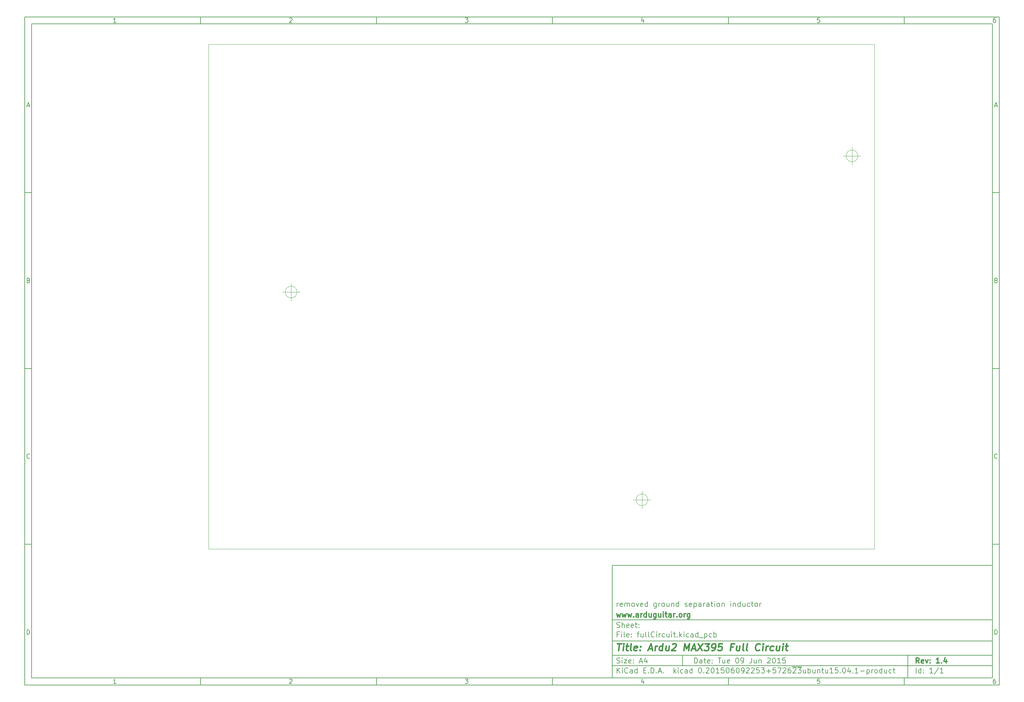
<source format=gtp>
G04 #@! TF.FileFunction,Paste,Top*
%FSLAX46Y46*%
G04 Gerber Fmt 4.6, Leading zero omitted, Abs format (unit mm)*
G04 Created by KiCad (PCBNEW 0.201506092253+5726~23~ubuntu15.04.1-product) date Thu 11 Jun 2015 08:03:58 PM CEST*
%MOMM*%
G01*
G04 APERTURE LIST*
%ADD10C,0.100000*%
%ADD11C,0.150000*%
%ADD12C,0.300000*%
%ADD13C,0.400000*%
G04 APERTURE END LIST*
D10*
D11*
X177002200Y-166007200D02*
X177002200Y-198007200D01*
X285002200Y-198007200D01*
X285002200Y-166007200D01*
X177002200Y-166007200D01*
D10*
D11*
X10000000Y-10000000D02*
X10000000Y-200007200D01*
X287002200Y-200007200D01*
X287002200Y-10000000D01*
X10000000Y-10000000D01*
D10*
D11*
X12000000Y-12000000D02*
X12000000Y-198007200D01*
X285002200Y-198007200D01*
X285002200Y-12000000D01*
X12000000Y-12000000D01*
D10*
D11*
X60000000Y-12000000D02*
X60000000Y-10000000D01*
D10*
D11*
X110000000Y-12000000D02*
X110000000Y-10000000D01*
D10*
D11*
X160000000Y-12000000D02*
X160000000Y-10000000D01*
D10*
D11*
X210000000Y-12000000D02*
X210000000Y-10000000D01*
D10*
D11*
X260000000Y-12000000D02*
X260000000Y-10000000D01*
D10*
D11*
X35990476Y-11588095D02*
X35247619Y-11588095D01*
X35619048Y-11588095D02*
X35619048Y-10288095D01*
X35495238Y-10473810D01*
X35371429Y-10597619D01*
X35247619Y-10659524D01*
D10*
D11*
X85247619Y-10411905D02*
X85309524Y-10350000D01*
X85433333Y-10288095D01*
X85742857Y-10288095D01*
X85866667Y-10350000D01*
X85928571Y-10411905D01*
X85990476Y-10535714D01*
X85990476Y-10659524D01*
X85928571Y-10845238D01*
X85185714Y-11588095D01*
X85990476Y-11588095D01*
D10*
D11*
X135185714Y-10288095D02*
X135990476Y-10288095D01*
X135557143Y-10783333D01*
X135742857Y-10783333D01*
X135866667Y-10845238D01*
X135928571Y-10907143D01*
X135990476Y-11030952D01*
X135990476Y-11340476D01*
X135928571Y-11464286D01*
X135866667Y-11526190D01*
X135742857Y-11588095D01*
X135371429Y-11588095D01*
X135247619Y-11526190D01*
X135185714Y-11464286D01*
D10*
D11*
X185866667Y-10721429D02*
X185866667Y-11588095D01*
X185557143Y-10226190D02*
X185247619Y-11154762D01*
X186052381Y-11154762D01*
D10*
D11*
X235928571Y-10288095D02*
X235309524Y-10288095D01*
X235247619Y-10907143D01*
X235309524Y-10845238D01*
X235433333Y-10783333D01*
X235742857Y-10783333D01*
X235866667Y-10845238D01*
X235928571Y-10907143D01*
X235990476Y-11030952D01*
X235990476Y-11340476D01*
X235928571Y-11464286D01*
X235866667Y-11526190D01*
X235742857Y-11588095D01*
X235433333Y-11588095D01*
X235309524Y-11526190D01*
X235247619Y-11464286D01*
D10*
D11*
X285866667Y-10288095D02*
X285619048Y-10288095D01*
X285495238Y-10350000D01*
X285433333Y-10411905D01*
X285309524Y-10597619D01*
X285247619Y-10845238D01*
X285247619Y-11340476D01*
X285309524Y-11464286D01*
X285371429Y-11526190D01*
X285495238Y-11588095D01*
X285742857Y-11588095D01*
X285866667Y-11526190D01*
X285928571Y-11464286D01*
X285990476Y-11340476D01*
X285990476Y-11030952D01*
X285928571Y-10907143D01*
X285866667Y-10845238D01*
X285742857Y-10783333D01*
X285495238Y-10783333D01*
X285371429Y-10845238D01*
X285309524Y-10907143D01*
X285247619Y-11030952D01*
D10*
D11*
X60000000Y-198007200D02*
X60000000Y-200007200D01*
D10*
D11*
X110000000Y-198007200D02*
X110000000Y-200007200D01*
D10*
D11*
X160000000Y-198007200D02*
X160000000Y-200007200D01*
D10*
D11*
X210000000Y-198007200D02*
X210000000Y-200007200D01*
D10*
D11*
X260000000Y-198007200D02*
X260000000Y-200007200D01*
D10*
D11*
X35990476Y-199595295D02*
X35247619Y-199595295D01*
X35619048Y-199595295D02*
X35619048Y-198295295D01*
X35495238Y-198481010D01*
X35371429Y-198604819D01*
X35247619Y-198666724D01*
D10*
D11*
X85247619Y-198419105D02*
X85309524Y-198357200D01*
X85433333Y-198295295D01*
X85742857Y-198295295D01*
X85866667Y-198357200D01*
X85928571Y-198419105D01*
X85990476Y-198542914D01*
X85990476Y-198666724D01*
X85928571Y-198852438D01*
X85185714Y-199595295D01*
X85990476Y-199595295D01*
D10*
D11*
X135185714Y-198295295D02*
X135990476Y-198295295D01*
X135557143Y-198790533D01*
X135742857Y-198790533D01*
X135866667Y-198852438D01*
X135928571Y-198914343D01*
X135990476Y-199038152D01*
X135990476Y-199347676D01*
X135928571Y-199471486D01*
X135866667Y-199533390D01*
X135742857Y-199595295D01*
X135371429Y-199595295D01*
X135247619Y-199533390D01*
X135185714Y-199471486D01*
D10*
D11*
X185866667Y-198728629D02*
X185866667Y-199595295D01*
X185557143Y-198233390D02*
X185247619Y-199161962D01*
X186052381Y-199161962D01*
D10*
D11*
X235928571Y-198295295D02*
X235309524Y-198295295D01*
X235247619Y-198914343D01*
X235309524Y-198852438D01*
X235433333Y-198790533D01*
X235742857Y-198790533D01*
X235866667Y-198852438D01*
X235928571Y-198914343D01*
X235990476Y-199038152D01*
X235990476Y-199347676D01*
X235928571Y-199471486D01*
X235866667Y-199533390D01*
X235742857Y-199595295D01*
X235433333Y-199595295D01*
X235309524Y-199533390D01*
X235247619Y-199471486D01*
D10*
D11*
X285866667Y-198295295D02*
X285619048Y-198295295D01*
X285495238Y-198357200D01*
X285433333Y-198419105D01*
X285309524Y-198604819D01*
X285247619Y-198852438D01*
X285247619Y-199347676D01*
X285309524Y-199471486D01*
X285371429Y-199533390D01*
X285495238Y-199595295D01*
X285742857Y-199595295D01*
X285866667Y-199533390D01*
X285928571Y-199471486D01*
X285990476Y-199347676D01*
X285990476Y-199038152D01*
X285928571Y-198914343D01*
X285866667Y-198852438D01*
X285742857Y-198790533D01*
X285495238Y-198790533D01*
X285371429Y-198852438D01*
X285309524Y-198914343D01*
X285247619Y-199038152D01*
D10*
D11*
X10000000Y-60000000D02*
X12000000Y-60000000D01*
D10*
D11*
X10000000Y-110000000D02*
X12000000Y-110000000D01*
D10*
D11*
X10000000Y-160000000D02*
X12000000Y-160000000D01*
D10*
D11*
X10690476Y-35216667D02*
X11309524Y-35216667D01*
X10566667Y-35588095D02*
X11000000Y-34288095D01*
X11433333Y-35588095D01*
D10*
D11*
X11092857Y-84907143D02*
X11278571Y-84969048D01*
X11340476Y-85030952D01*
X11402381Y-85154762D01*
X11402381Y-85340476D01*
X11340476Y-85464286D01*
X11278571Y-85526190D01*
X11154762Y-85588095D01*
X10659524Y-85588095D01*
X10659524Y-84288095D01*
X11092857Y-84288095D01*
X11216667Y-84350000D01*
X11278571Y-84411905D01*
X11340476Y-84535714D01*
X11340476Y-84659524D01*
X11278571Y-84783333D01*
X11216667Y-84845238D01*
X11092857Y-84907143D01*
X10659524Y-84907143D01*
D10*
D11*
X11402381Y-135464286D02*
X11340476Y-135526190D01*
X11154762Y-135588095D01*
X11030952Y-135588095D01*
X10845238Y-135526190D01*
X10721429Y-135402381D01*
X10659524Y-135278571D01*
X10597619Y-135030952D01*
X10597619Y-134845238D01*
X10659524Y-134597619D01*
X10721429Y-134473810D01*
X10845238Y-134350000D01*
X11030952Y-134288095D01*
X11154762Y-134288095D01*
X11340476Y-134350000D01*
X11402381Y-134411905D01*
D10*
D11*
X10659524Y-185588095D02*
X10659524Y-184288095D01*
X10969048Y-184288095D01*
X11154762Y-184350000D01*
X11278571Y-184473810D01*
X11340476Y-184597619D01*
X11402381Y-184845238D01*
X11402381Y-185030952D01*
X11340476Y-185278571D01*
X11278571Y-185402381D01*
X11154762Y-185526190D01*
X10969048Y-185588095D01*
X10659524Y-185588095D01*
D10*
D11*
X287002200Y-60000000D02*
X285002200Y-60000000D01*
D10*
D11*
X287002200Y-110000000D02*
X285002200Y-110000000D01*
D10*
D11*
X287002200Y-160000000D02*
X285002200Y-160000000D01*
D10*
D11*
X285692676Y-35216667D02*
X286311724Y-35216667D01*
X285568867Y-35588095D02*
X286002200Y-34288095D01*
X286435533Y-35588095D01*
D10*
D11*
X286095057Y-84907143D02*
X286280771Y-84969048D01*
X286342676Y-85030952D01*
X286404581Y-85154762D01*
X286404581Y-85340476D01*
X286342676Y-85464286D01*
X286280771Y-85526190D01*
X286156962Y-85588095D01*
X285661724Y-85588095D01*
X285661724Y-84288095D01*
X286095057Y-84288095D01*
X286218867Y-84350000D01*
X286280771Y-84411905D01*
X286342676Y-84535714D01*
X286342676Y-84659524D01*
X286280771Y-84783333D01*
X286218867Y-84845238D01*
X286095057Y-84907143D01*
X285661724Y-84907143D01*
D10*
D11*
X286404581Y-135464286D02*
X286342676Y-135526190D01*
X286156962Y-135588095D01*
X286033152Y-135588095D01*
X285847438Y-135526190D01*
X285723629Y-135402381D01*
X285661724Y-135278571D01*
X285599819Y-135030952D01*
X285599819Y-134845238D01*
X285661724Y-134597619D01*
X285723629Y-134473810D01*
X285847438Y-134350000D01*
X286033152Y-134288095D01*
X286156962Y-134288095D01*
X286342676Y-134350000D01*
X286404581Y-134411905D01*
D10*
D11*
X285661724Y-185588095D02*
X285661724Y-184288095D01*
X285971248Y-184288095D01*
X286156962Y-184350000D01*
X286280771Y-184473810D01*
X286342676Y-184597619D01*
X286404581Y-184845238D01*
X286404581Y-185030952D01*
X286342676Y-185278571D01*
X286280771Y-185402381D01*
X286156962Y-185526190D01*
X285971248Y-185588095D01*
X285661724Y-185588095D01*
D10*
D11*
X200359343Y-193785771D02*
X200359343Y-192285771D01*
X200716486Y-192285771D01*
X200930771Y-192357200D01*
X201073629Y-192500057D01*
X201145057Y-192642914D01*
X201216486Y-192928629D01*
X201216486Y-193142914D01*
X201145057Y-193428629D01*
X201073629Y-193571486D01*
X200930771Y-193714343D01*
X200716486Y-193785771D01*
X200359343Y-193785771D01*
X202502200Y-193785771D02*
X202502200Y-193000057D01*
X202430771Y-192857200D01*
X202287914Y-192785771D01*
X202002200Y-192785771D01*
X201859343Y-192857200D01*
X202502200Y-193714343D02*
X202359343Y-193785771D01*
X202002200Y-193785771D01*
X201859343Y-193714343D01*
X201787914Y-193571486D01*
X201787914Y-193428629D01*
X201859343Y-193285771D01*
X202002200Y-193214343D01*
X202359343Y-193214343D01*
X202502200Y-193142914D01*
X203002200Y-192785771D02*
X203573629Y-192785771D01*
X203216486Y-192285771D02*
X203216486Y-193571486D01*
X203287914Y-193714343D01*
X203430772Y-193785771D01*
X203573629Y-193785771D01*
X204645057Y-193714343D02*
X204502200Y-193785771D01*
X204216486Y-193785771D01*
X204073629Y-193714343D01*
X204002200Y-193571486D01*
X204002200Y-193000057D01*
X204073629Y-192857200D01*
X204216486Y-192785771D01*
X204502200Y-192785771D01*
X204645057Y-192857200D01*
X204716486Y-193000057D01*
X204716486Y-193142914D01*
X204002200Y-193285771D01*
X205359343Y-193642914D02*
X205430771Y-193714343D01*
X205359343Y-193785771D01*
X205287914Y-193714343D01*
X205359343Y-193642914D01*
X205359343Y-193785771D01*
X205359343Y-192857200D02*
X205430771Y-192928629D01*
X205359343Y-193000057D01*
X205287914Y-192928629D01*
X205359343Y-192857200D01*
X205359343Y-193000057D01*
X207002200Y-192285771D02*
X207859343Y-192285771D01*
X207430772Y-193785771D02*
X207430772Y-192285771D01*
X209002200Y-192785771D02*
X209002200Y-193785771D01*
X208359343Y-192785771D02*
X208359343Y-193571486D01*
X208430771Y-193714343D01*
X208573629Y-193785771D01*
X208787914Y-193785771D01*
X208930771Y-193714343D01*
X209002200Y-193642914D01*
X210287914Y-193714343D02*
X210145057Y-193785771D01*
X209859343Y-193785771D01*
X209716486Y-193714343D01*
X209645057Y-193571486D01*
X209645057Y-193000057D01*
X209716486Y-192857200D01*
X209859343Y-192785771D01*
X210145057Y-192785771D01*
X210287914Y-192857200D01*
X210359343Y-193000057D01*
X210359343Y-193142914D01*
X209645057Y-193285771D01*
X212430771Y-192285771D02*
X212573628Y-192285771D01*
X212716485Y-192357200D01*
X212787914Y-192428629D01*
X212859343Y-192571486D01*
X212930771Y-192857200D01*
X212930771Y-193214343D01*
X212859343Y-193500057D01*
X212787914Y-193642914D01*
X212716485Y-193714343D01*
X212573628Y-193785771D01*
X212430771Y-193785771D01*
X212287914Y-193714343D01*
X212216485Y-193642914D01*
X212145057Y-193500057D01*
X212073628Y-193214343D01*
X212073628Y-192857200D01*
X212145057Y-192571486D01*
X212216485Y-192428629D01*
X212287914Y-192357200D01*
X212430771Y-192285771D01*
X213645056Y-193785771D02*
X213930771Y-193785771D01*
X214073628Y-193714343D01*
X214145056Y-193642914D01*
X214287914Y-193428629D01*
X214359342Y-193142914D01*
X214359342Y-192571486D01*
X214287914Y-192428629D01*
X214216485Y-192357200D01*
X214073628Y-192285771D01*
X213787914Y-192285771D01*
X213645056Y-192357200D01*
X213573628Y-192428629D01*
X213502199Y-192571486D01*
X213502199Y-192928629D01*
X213573628Y-193071486D01*
X213645056Y-193142914D01*
X213787914Y-193214343D01*
X214073628Y-193214343D01*
X214216485Y-193142914D01*
X214287914Y-193071486D01*
X214359342Y-192928629D01*
X216573627Y-192285771D02*
X216573627Y-193357200D01*
X216502199Y-193571486D01*
X216359342Y-193714343D01*
X216145056Y-193785771D01*
X216002199Y-193785771D01*
X217930770Y-192785771D02*
X217930770Y-193785771D01*
X217287913Y-192785771D02*
X217287913Y-193571486D01*
X217359341Y-193714343D01*
X217502199Y-193785771D01*
X217716484Y-193785771D01*
X217859341Y-193714343D01*
X217930770Y-193642914D01*
X218645056Y-192785771D02*
X218645056Y-193785771D01*
X218645056Y-192928629D02*
X218716484Y-192857200D01*
X218859342Y-192785771D01*
X219073627Y-192785771D01*
X219216484Y-192857200D01*
X219287913Y-193000057D01*
X219287913Y-193785771D01*
X221073627Y-192428629D02*
X221145056Y-192357200D01*
X221287913Y-192285771D01*
X221645056Y-192285771D01*
X221787913Y-192357200D01*
X221859342Y-192428629D01*
X221930770Y-192571486D01*
X221930770Y-192714343D01*
X221859342Y-192928629D01*
X221002199Y-193785771D01*
X221930770Y-193785771D01*
X222859341Y-192285771D02*
X223002198Y-192285771D01*
X223145055Y-192357200D01*
X223216484Y-192428629D01*
X223287913Y-192571486D01*
X223359341Y-192857200D01*
X223359341Y-193214343D01*
X223287913Y-193500057D01*
X223216484Y-193642914D01*
X223145055Y-193714343D01*
X223002198Y-193785771D01*
X222859341Y-193785771D01*
X222716484Y-193714343D01*
X222645055Y-193642914D01*
X222573627Y-193500057D01*
X222502198Y-193214343D01*
X222502198Y-192857200D01*
X222573627Y-192571486D01*
X222645055Y-192428629D01*
X222716484Y-192357200D01*
X222859341Y-192285771D01*
X224787912Y-193785771D02*
X223930769Y-193785771D01*
X224359341Y-193785771D02*
X224359341Y-192285771D01*
X224216484Y-192500057D01*
X224073626Y-192642914D01*
X223930769Y-192714343D01*
X226145055Y-192285771D02*
X225430769Y-192285771D01*
X225359340Y-193000057D01*
X225430769Y-192928629D01*
X225573626Y-192857200D01*
X225930769Y-192857200D01*
X226073626Y-192928629D01*
X226145055Y-193000057D01*
X226216483Y-193142914D01*
X226216483Y-193500057D01*
X226145055Y-193642914D01*
X226073626Y-193714343D01*
X225930769Y-193785771D01*
X225573626Y-193785771D01*
X225430769Y-193714343D01*
X225359340Y-193642914D01*
D10*
D11*
X177002200Y-194507200D02*
X285002200Y-194507200D01*
D10*
D11*
X178359343Y-196585771D02*
X178359343Y-195085771D01*
X179216486Y-196585771D02*
X178573629Y-195728629D01*
X179216486Y-195085771D02*
X178359343Y-195942914D01*
X179859343Y-196585771D02*
X179859343Y-195585771D01*
X179859343Y-195085771D02*
X179787914Y-195157200D01*
X179859343Y-195228629D01*
X179930771Y-195157200D01*
X179859343Y-195085771D01*
X179859343Y-195228629D01*
X181430772Y-196442914D02*
X181359343Y-196514343D01*
X181145057Y-196585771D01*
X181002200Y-196585771D01*
X180787915Y-196514343D01*
X180645057Y-196371486D01*
X180573629Y-196228629D01*
X180502200Y-195942914D01*
X180502200Y-195728629D01*
X180573629Y-195442914D01*
X180645057Y-195300057D01*
X180787915Y-195157200D01*
X181002200Y-195085771D01*
X181145057Y-195085771D01*
X181359343Y-195157200D01*
X181430772Y-195228629D01*
X182716486Y-196585771D02*
X182716486Y-195800057D01*
X182645057Y-195657200D01*
X182502200Y-195585771D01*
X182216486Y-195585771D01*
X182073629Y-195657200D01*
X182716486Y-196514343D02*
X182573629Y-196585771D01*
X182216486Y-196585771D01*
X182073629Y-196514343D01*
X182002200Y-196371486D01*
X182002200Y-196228629D01*
X182073629Y-196085771D01*
X182216486Y-196014343D01*
X182573629Y-196014343D01*
X182716486Y-195942914D01*
X184073629Y-196585771D02*
X184073629Y-195085771D01*
X184073629Y-196514343D02*
X183930772Y-196585771D01*
X183645058Y-196585771D01*
X183502200Y-196514343D01*
X183430772Y-196442914D01*
X183359343Y-196300057D01*
X183359343Y-195871486D01*
X183430772Y-195728629D01*
X183502200Y-195657200D01*
X183645058Y-195585771D01*
X183930772Y-195585771D01*
X184073629Y-195657200D01*
X185930772Y-195800057D02*
X186430772Y-195800057D01*
X186645058Y-196585771D02*
X185930772Y-196585771D01*
X185930772Y-195085771D01*
X186645058Y-195085771D01*
X187287915Y-196442914D02*
X187359343Y-196514343D01*
X187287915Y-196585771D01*
X187216486Y-196514343D01*
X187287915Y-196442914D01*
X187287915Y-196585771D01*
X188002201Y-196585771D02*
X188002201Y-195085771D01*
X188359344Y-195085771D01*
X188573629Y-195157200D01*
X188716487Y-195300057D01*
X188787915Y-195442914D01*
X188859344Y-195728629D01*
X188859344Y-195942914D01*
X188787915Y-196228629D01*
X188716487Y-196371486D01*
X188573629Y-196514343D01*
X188359344Y-196585771D01*
X188002201Y-196585771D01*
X189502201Y-196442914D02*
X189573629Y-196514343D01*
X189502201Y-196585771D01*
X189430772Y-196514343D01*
X189502201Y-196442914D01*
X189502201Y-196585771D01*
X190145058Y-196157200D02*
X190859344Y-196157200D01*
X190002201Y-196585771D02*
X190502201Y-195085771D01*
X191002201Y-196585771D01*
X191502201Y-196442914D02*
X191573629Y-196514343D01*
X191502201Y-196585771D01*
X191430772Y-196514343D01*
X191502201Y-196442914D01*
X191502201Y-196585771D01*
X194502201Y-196585771D02*
X194502201Y-195085771D01*
X194645058Y-196014343D02*
X195073629Y-196585771D01*
X195073629Y-195585771D02*
X194502201Y-196157200D01*
X195716487Y-196585771D02*
X195716487Y-195585771D01*
X195716487Y-195085771D02*
X195645058Y-195157200D01*
X195716487Y-195228629D01*
X195787915Y-195157200D01*
X195716487Y-195085771D01*
X195716487Y-195228629D01*
X197073630Y-196514343D02*
X196930773Y-196585771D01*
X196645059Y-196585771D01*
X196502201Y-196514343D01*
X196430773Y-196442914D01*
X196359344Y-196300057D01*
X196359344Y-195871486D01*
X196430773Y-195728629D01*
X196502201Y-195657200D01*
X196645059Y-195585771D01*
X196930773Y-195585771D01*
X197073630Y-195657200D01*
X198359344Y-196585771D02*
X198359344Y-195800057D01*
X198287915Y-195657200D01*
X198145058Y-195585771D01*
X197859344Y-195585771D01*
X197716487Y-195657200D01*
X198359344Y-196514343D02*
X198216487Y-196585771D01*
X197859344Y-196585771D01*
X197716487Y-196514343D01*
X197645058Y-196371486D01*
X197645058Y-196228629D01*
X197716487Y-196085771D01*
X197859344Y-196014343D01*
X198216487Y-196014343D01*
X198359344Y-195942914D01*
X199716487Y-196585771D02*
X199716487Y-195085771D01*
X199716487Y-196514343D02*
X199573630Y-196585771D01*
X199287916Y-196585771D01*
X199145058Y-196514343D01*
X199073630Y-196442914D01*
X199002201Y-196300057D01*
X199002201Y-195871486D01*
X199073630Y-195728629D01*
X199145058Y-195657200D01*
X199287916Y-195585771D01*
X199573630Y-195585771D01*
X199716487Y-195657200D01*
X201859344Y-195085771D02*
X202002201Y-195085771D01*
X202145058Y-195157200D01*
X202216487Y-195228629D01*
X202287916Y-195371486D01*
X202359344Y-195657200D01*
X202359344Y-196014343D01*
X202287916Y-196300057D01*
X202216487Y-196442914D01*
X202145058Y-196514343D01*
X202002201Y-196585771D01*
X201859344Y-196585771D01*
X201716487Y-196514343D01*
X201645058Y-196442914D01*
X201573630Y-196300057D01*
X201502201Y-196014343D01*
X201502201Y-195657200D01*
X201573630Y-195371486D01*
X201645058Y-195228629D01*
X201716487Y-195157200D01*
X201859344Y-195085771D01*
X203002201Y-196442914D02*
X203073629Y-196514343D01*
X203002201Y-196585771D01*
X202930772Y-196514343D01*
X203002201Y-196442914D01*
X203002201Y-196585771D01*
X203645058Y-195228629D02*
X203716487Y-195157200D01*
X203859344Y-195085771D01*
X204216487Y-195085771D01*
X204359344Y-195157200D01*
X204430773Y-195228629D01*
X204502201Y-195371486D01*
X204502201Y-195514343D01*
X204430773Y-195728629D01*
X203573630Y-196585771D01*
X204502201Y-196585771D01*
X205430772Y-195085771D02*
X205573629Y-195085771D01*
X205716486Y-195157200D01*
X205787915Y-195228629D01*
X205859344Y-195371486D01*
X205930772Y-195657200D01*
X205930772Y-196014343D01*
X205859344Y-196300057D01*
X205787915Y-196442914D01*
X205716486Y-196514343D01*
X205573629Y-196585771D01*
X205430772Y-196585771D01*
X205287915Y-196514343D01*
X205216486Y-196442914D01*
X205145058Y-196300057D01*
X205073629Y-196014343D01*
X205073629Y-195657200D01*
X205145058Y-195371486D01*
X205216486Y-195228629D01*
X205287915Y-195157200D01*
X205430772Y-195085771D01*
X207359343Y-196585771D02*
X206502200Y-196585771D01*
X206930772Y-196585771D02*
X206930772Y-195085771D01*
X206787915Y-195300057D01*
X206645057Y-195442914D01*
X206502200Y-195514343D01*
X208716486Y-195085771D02*
X208002200Y-195085771D01*
X207930771Y-195800057D01*
X208002200Y-195728629D01*
X208145057Y-195657200D01*
X208502200Y-195657200D01*
X208645057Y-195728629D01*
X208716486Y-195800057D01*
X208787914Y-195942914D01*
X208787914Y-196300057D01*
X208716486Y-196442914D01*
X208645057Y-196514343D01*
X208502200Y-196585771D01*
X208145057Y-196585771D01*
X208002200Y-196514343D01*
X207930771Y-196442914D01*
X209716485Y-195085771D02*
X209859342Y-195085771D01*
X210002199Y-195157200D01*
X210073628Y-195228629D01*
X210145057Y-195371486D01*
X210216485Y-195657200D01*
X210216485Y-196014343D01*
X210145057Y-196300057D01*
X210073628Y-196442914D01*
X210002199Y-196514343D01*
X209859342Y-196585771D01*
X209716485Y-196585771D01*
X209573628Y-196514343D01*
X209502199Y-196442914D01*
X209430771Y-196300057D01*
X209359342Y-196014343D01*
X209359342Y-195657200D01*
X209430771Y-195371486D01*
X209502199Y-195228629D01*
X209573628Y-195157200D01*
X209716485Y-195085771D01*
X211502199Y-195085771D02*
X211216485Y-195085771D01*
X211073628Y-195157200D01*
X211002199Y-195228629D01*
X210859342Y-195442914D01*
X210787913Y-195728629D01*
X210787913Y-196300057D01*
X210859342Y-196442914D01*
X210930770Y-196514343D01*
X211073628Y-196585771D01*
X211359342Y-196585771D01*
X211502199Y-196514343D01*
X211573628Y-196442914D01*
X211645056Y-196300057D01*
X211645056Y-195942914D01*
X211573628Y-195800057D01*
X211502199Y-195728629D01*
X211359342Y-195657200D01*
X211073628Y-195657200D01*
X210930770Y-195728629D01*
X210859342Y-195800057D01*
X210787913Y-195942914D01*
X212573627Y-195085771D02*
X212716484Y-195085771D01*
X212859341Y-195157200D01*
X212930770Y-195228629D01*
X213002199Y-195371486D01*
X213073627Y-195657200D01*
X213073627Y-196014343D01*
X213002199Y-196300057D01*
X212930770Y-196442914D01*
X212859341Y-196514343D01*
X212716484Y-196585771D01*
X212573627Y-196585771D01*
X212430770Y-196514343D01*
X212359341Y-196442914D01*
X212287913Y-196300057D01*
X212216484Y-196014343D01*
X212216484Y-195657200D01*
X212287913Y-195371486D01*
X212359341Y-195228629D01*
X212430770Y-195157200D01*
X212573627Y-195085771D01*
X213787912Y-196585771D02*
X214073627Y-196585771D01*
X214216484Y-196514343D01*
X214287912Y-196442914D01*
X214430770Y-196228629D01*
X214502198Y-195942914D01*
X214502198Y-195371486D01*
X214430770Y-195228629D01*
X214359341Y-195157200D01*
X214216484Y-195085771D01*
X213930770Y-195085771D01*
X213787912Y-195157200D01*
X213716484Y-195228629D01*
X213645055Y-195371486D01*
X213645055Y-195728629D01*
X213716484Y-195871486D01*
X213787912Y-195942914D01*
X213930770Y-196014343D01*
X214216484Y-196014343D01*
X214359341Y-195942914D01*
X214430770Y-195871486D01*
X214502198Y-195728629D01*
X215073626Y-195228629D02*
X215145055Y-195157200D01*
X215287912Y-195085771D01*
X215645055Y-195085771D01*
X215787912Y-195157200D01*
X215859341Y-195228629D01*
X215930769Y-195371486D01*
X215930769Y-195514343D01*
X215859341Y-195728629D01*
X215002198Y-196585771D01*
X215930769Y-196585771D01*
X216502197Y-195228629D02*
X216573626Y-195157200D01*
X216716483Y-195085771D01*
X217073626Y-195085771D01*
X217216483Y-195157200D01*
X217287912Y-195228629D01*
X217359340Y-195371486D01*
X217359340Y-195514343D01*
X217287912Y-195728629D01*
X216430769Y-196585771D01*
X217359340Y-196585771D01*
X218716483Y-195085771D02*
X218002197Y-195085771D01*
X217930768Y-195800057D01*
X218002197Y-195728629D01*
X218145054Y-195657200D01*
X218502197Y-195657200D01*
X218645054Y-195728629D01*
X218716483Y-195800057D01*
X218787911Y-195942914D01*
X218787911Y-196300057D01*
X218716483Y-196442914D01*
X218645054Y-196514343D01*
X218502197Y-196585771D01*
X218145054Y-196585771D01*
X218002197Y-196514343D01*
X217930768Y-196442914D01*
X219287911Y-195085771D02*
X220216482Y-195085771D01*
X219716482Y-195657200D01*
X219930768Y-195657200D01*
X220073625Y-195728629D01*
X220145054Y-195800057D01*
X220216482Y-195942914D01*
X220216482Y-196300057D01*
X220145054Y-196442914D01*
X220073625Y-196514343D01*
X219930768Y-196585771D01*
X219502196Y-196585771D01*
X219359339Y-196514343D01*
X219287911Y-196442914D01*
X220859339Y-196014343D02*
X222002196Y-196014343D01*
X221430767Y-196585771D02*
X221430767Y-195442914D01*
X223430768Y-195085771D02*
X222716482Y-195085771D01*
X222645053Y-195800057D01*
X222716482Y-195728629D01*
X222859339Y-195657200D01*
X223216482Y-195657200D01*
X223359339Y-195728629D01*
X223430768Y-195800057D01*
X223502196Y-195942914D01*
X223502196Y-196300057D01*
X223430768Y-196442914D01*
X223359339Y-196514343D01*
X223216482Y-196585771D01*
X222859339Y-196585771D01*
X222716482Y-196514343D01*
X222645053Y-196442914D01*
X224002196Y-195085771D02*
X225002196Y-195085771D01*
X224359339Y-196585771D01*
X225502195Y-195228629D02*
X225573624Y-195157200D01*
X225716481Y-195085771D01*
X226073624Y-195085771D01*
X226216481Y-195157200D01*
X226287910Y-195228629D01*
X226359338Y-195371486D01*
X226359338Y-195514343D01*
X226287910Y-195728629D01*
X225430767Y-196585771D01*
X226359338Y-196585771D01*
X227645052Y-195085771D02*
X227359338Y-195085771D01*
X227216481Y-195157200D01*
X227145052Y-195228629D01*
X227002195Y-195442914D01*
X226930766Y-195728629D01*
X226930766Y-196300057D01*
X227002195Y-196442914D01*
X227073623Y-196514343D01*
X227216481Y-196585771D01*
X227502195Y-196585771D01*
X227645052Y-196514343D01*
X227716481Y-196442914D01*
X227787909Y-196300057D01*
X227787909Y-195942914D01*
X227716481Y-195800057D01*
X227645052Y-195728629D01*
X227502195Y-195657200D01*
X227216481Y-195657200D01*
X227073623Y-195728629D01*
X227002195Y-195800057D01*
X226930766Y-195942914D01*
X228359337Y-195228629D02*
X228430766Y-195157200D01*
X228573623Y-195085771D01*
X228930766Y-195085771D01*
X229073623Y-195157200D01*
X229145052Y-195228629D01*
X229216480Y-195371486D01*
X229216480Y-195514343D01*
X229145052Y-195728629D01*
X228287909Y-196585771D01*
X229216480Y-196585771D01*
X229716480Y-195085771D02*
X230645051Y-195085771D01*
X230145051Y-195657200D01*
X230359337Y-195657200D01*
X230502194Y-195728629D01*
X230573623Y-195800057D01*
X230645051Y-195942914D01*
X230645051Y-196300057D01*
X230573623Y-196442914D01*
X230502194Y-196514343D01*
X230359337Y-196585771D01*
X229930765Y-196585771D01*
X229787908Y-196514343D01*
X229716480Y-196442914D01*
X228073623Y-194827200D02*
X230930765Y-194827200D01*
X231930765Y-195585771D02*
X231930765Y-196585771D01*
X231287908Y-195585771D02*
X231287908Y-196371486D01*
X231359336Y-196514343D01*
X231502194Y-196585771D01*
X231716479Y-196585771D01*
X231859336Y-196514343D01*
X231930765Y-196442914D01*
X232645051Y-196585771D02*
X232645051Y-195085771D01*
X232645051Y-195657200D02*
X232787908Y-195585771D01*
X233073622Y-195585771D01*
X233216479Y-195657200D01*
X233287908Y-195728629D01*
X233359337Y-195871486D01*
X233359337Y-196300057D01*
X233287908Y-196442914D01*
X233216479Y-196514343D01*
X233073622Y-196585771D01*
X232787908Y-196585771D01*
X232645051Y-196514343D01*
X234645051Y-195585771D02*
X234645051Y-196585771D01*
X234002194Y-195585771D02*
X234002194Y-196371486D01*
X234073622Y-196514343D01*
X234216480Y-196585771D01*
X234430765Y-196585771D01*
X234573622Y-196514343D01*
X234645051Y-196442914D01*
X235359337Y-195585771D02*
X235359337Y-196585771D01*
X235359337Y-195728629D02*
X235430765Y-195657200D01*
X235573623Y-195585771D01*
X235787908Y-195585771D01*
X235930765Y-195657200D01*
X236002194Y-195800057D01*
X236002194Y-196585771D01*
X236502194Y-195585771D02*
X237073623Y-195585771D01*
X236716480Y-195085771D02*
X236716480Y-196371486D01*
X236787908Y-196514343D01*
X236930766Y-196585771D01*
X237073623Y-196585771D01*
X238216480Y-195585771D02*
X238216480Y-196585771D01*
X237573623Y-195585771D02*
X237573623Y-196371486D01*
X237645051Y-196514343D01*
X237787909Y-196585771D01*
X238002194Y-196585771D01*
X238145051Y-196514343D01*
X238216480Y-196442914D01*
X239716480Y-196585771D02*
X238859337Y-196585771D01*
X239287909Y-196585771D02*
X239287909Y-195085771D01*
X239145052Y-195300057D01*
X239002194Y-195442914D01*
X238859337Y-195514343D01*
X241073623Y-195085771D02*
X240359337Y-195085771D01*
X240287908Y-195800057D01*
X240359337Y-195728629D01*
X240502194Y-195657200D01*
X240859337Y-195657200D01*
X241002194Y-195728629D01*
X241073623Y-195800057D01*
X241145051Y-195942914D01*
X241145051Y-196300057D01*
X241073623Y-196442914D01*
X241002194Y-196514343D01*
X240859337Y-196585771D01*
X240502194Y-196585771D01*
X240359337Y-196514343D01*
X240287908Y-196442914D01*
X241787908Y-196442914D02*
X241859336Y-196514343D01*
X241787908Y-196585771D01*
X241716479Y-196514343D01*
X241787908Y-196442914D01*
X241787908Y-196585771D01*
X242787908Y-195085771D02*
X242930765Y-195085771D01*
X243073622Y-195157200D01*
X243145051Y-195228629D01*
X243216480Y-195371486D01*
X243287908Y-195657200D01*
X243287908Y-196014343D01*
X243216480Y-196300057D01*
X243145051Y-196442914D01*
X243073622Y-196514343D01*
X242930765Y-196585771D01*
X242787908Y-196585771D01*
X242645051Y-196514343D01*
X242573622Y-196442914D01*
X242502194Y-196300057D01*
X242430765Y-196014343D01*
X242430765Y-195657200D01*
X242502194Y-195371486D01*
X242573622Y-195228629D01*
X242645051Y-195157200D01*
X242787908Y-195085771D01*
X244573622Y-195585771D02*
X244573622Y-196585771D01*
X244216479Y-195014343D02*
X243859336Y-196085771D01*
X244787908Y-196085771D01*
X245359336Y-196442914D02*
X245430764Y-196514343D01*
X245359336Y-196585771D01*
X245287907Y-196514343D01*
X245359336Y-196442914D01*
X245359336Y-196585771D01*
X246859336Y-196585771D02*
X246002193Y-196585771D01*
X246430765Y-196585771D02*
X246430765Y-195085771D01*
X246287908Y-195300057D01*
X246145050Y-195442914D01*
X246002193Y-195514343D01*
X247502193Y-196014343D02*
X248645050Y-196014343D01*
X249359336Y-195585771D02*
X249359336Y-197085771D01*
X249359336Y-195657200D02*
X249502193Y-195585771D01*
X249787907Y-195585771D01*
X249930764Y-195657200D01*
X250002193Y-195728629D01*
X250073622Y-195871486D01*
X250073622Y-196300057D01*
X250002193Y-196442914D01*
X249930764Y-196514343D01*
X249787907Y-196585771D01*
X249502193Y-196585771D01*
X249359336Y-196514343D01*
X250716479Y-196585771D02*
X250716479Y-195585771D01*
X250716479Y-195871486D02*
X250787907Y-195728629D01*
X250859336Y-195657200D01*
X251002193Y-195585771D01*
X251145050Y-195585771D01*
X251859336Y-196585771D02*
X251716478Y-196514343D01*
X251645050Y-196442914D01*
X251573621Y-196300057D01*
X251573621Y-195871486D01*
X251645050Y-195728629D01*
X251716478Y-195657200D01*
X251859336Y-195585771D01*
X252073621Y-195585771D01*
X252216478Y-195657200D01*
X252287907Y-195728629D01*
X252359336Y-195871486D01*
X252359336Y-196300057D01*
X252287907Y-196442914D01*
X252216478Y-196514343D01*
X252073621Y-196585771D01*
X251859336Y-196585771D01*
X253645050Y-196585771D02*
X253645050Y-195085771D01*
X253645050Y-196514343D02*
X253502193Y-196585771D01*
X253216479Y-196585771D01*
X253073621Y-196514343D01*
X253002193Y-196442914D01*
X252930764Y-196300057D01*
X252930764Y-195871486D01*
X253002193Y-195728629D01*
X253073621Y-195657200D01*
X253216479Y-195585771D01*
X253502193Y-195585771D01*
X253645050Y-195657200D01*
X255002193Y-195585771D02*
X255002193Y-196585771D01*
X254359336Y-195585771D02*
X254359336Y-196371486D01*
X254430764Y-196514343D01*
X254573622Y-196585771D01*
X254787907Y-196585771D01*
X254930764Y-196514343D01*
X255002193Y-196442914D01*
X256359336Y-196514343D02*
X256216479Y-196585771D01*
X255930765Y-196585771D01*
X255787907Y-196514343D01*
X255716479Y-196442914D01*
X255645050Y-196300057D01*
X255645050Y-195871486D01*
X255716479Y-195728629D01*
X255787907Y-195657200D01*
X255930765Y-195585771D01*
X256216479Y-195585771D01*
X256359336Y-195657200D01*
X256787907Y-195585771D02*
X257359336Y-195585771D01*
X257002193Y-195085771D02*
X257002193Y-196371486D01*
X257073621Y-196514343D01*
X257216479Y-196585771D01*
X257359336Y-196585771D01*
D10*
D11*
X177002200Y-191507200D02*
X285002200Y-191507200D01*
D10*
D12*
X264216486Y-193785771D02*
X263716486Y-193071486D01*
X263359343Y-193785771D02*
X263359343Y-192285771D01*
X263930771Y-192285771D01*
X264073629Y-192357200D01*
X264145057Y-192428629D01*
X264216486Y-192571486D01*
X264216486Y-192785771D01*
X264145057Y-192928629D01*
X264073629Y-193000057D01*
X263930771Y-193071486D01*
X263359343Y-193071486D01*
X265430771Y-193714343D02*
X265287914Y-193785771D01*
X265002200Y-193785771D01*
X264859343Y-193714343D01*
X264787914Y-193571486D01*
X264787914Y-193000057D01*
X264859343Y-192857200D01*
X265002200Y-192785771D01*
X265287914Y-192785771D01*
X265430771Y-192857200D01*
X265502200Y-193000057D01*
X265502200Y-193142914D01*
X264787914Y-193285771D01*
X266002200Y-192785771D02*
X266359343Y-193785771D01*
X266716485Y-192785771D01*
X267287914Y-193642914D02*
X267359342Y-193714343D01*
X267287914Y-193785771D01*
X267216485Y-193714343D01*
X267287914Y-193642914D01*
X267287914Y-193785771D01*
X267287914Y-192857200D02*
X267359342Y-192928629D01*
X267287914Y-193000057D01*
X267216485Y-192928629D01*
X267287914Y-192857200D01*
X267287914Y-193000057D01*
X269930771Y-193785771D02*
X269073628Y-193785771D01*
X269502200Y-193785771D02*
X269502200Y-192285771D01*
X269359343Y-192500057D01*
X269216485Y-192642914D01*
X269073628Y-192714343D01*
X270573628Y-193642914D02*
X270645056Y-193714343D01*
X270573628Y-193785771D01*
X270502199Y-193714343D01*
X270573628Y-193642914D01*
X270573628Y-193785771D01*
X271930771Y-192785771D02*
X271930771Y-193785771D01*
X271573628Y-192214343D02*
X271216485Y-193285771D01*
X272145057Y-193285771D01*
D10*
D11*
X178287914Y-193714343D02*
X178502200Y-193785771D01*
X178859343Y-193785771D01*
X179002200Y-193714343D01*
X179073629Y-193642914D01*
X179145057Y-193500057D01*
X179145057Y-193357200D01*
X179073629Y-193214343D01*
X179002200Y-193142914D01*
X178859343Y-193071486D01*
X178573629Y-193000057D01*
X178430771Y-192928629D01*
X178359343Y-192857200D01*
X178287914Y-192714343D01*
X178287914Y-192571486D01*
X178359343Y-192428629D01*
X178430771Y-192357200D01*
X178573629Y-192285771D01*
X178930771Y-192285771D01*
X179145057Y-192357200D01*
X179787914Y-193785771D02*
X179787914Y-192785771D01*
X179787914Y-192285771D02*
X179716485Y-192357200D01*
X179787914Y-192428629D01*
X179859342Y-192357200D01*
X179787914Y-192285771D01*
X179787914Y-192428629D01*
X180359343Y-192785771D02*
X181145057Y-192785771D01*
X180359343Y-193785771D01*
X181145057Y-193785771D01*
X182287914Y-193714343D02*
X182145057Y-193785771D01*
X181859343Y-193785771D01*
X181716486Y-193714343D01*
X181645057Y-193571486D01*
X181645057Y-193000057D01*
X181716486Y-192857200D01*
X181859343Y-192785771D01*
X182145057Y-192785771D01*
X182287914Y-192857200D01*
X182359343Y-193000057D01*
X182359343Y-193142914D01*
X181645057Y-193285771D01*
X183002200Y-193642914D02*
X183073628Y-193714343D01*
X183002200Y-193785771D01*
X182930771Y-193714343D01*
X183002200Y-193642914D01*
X183002200Y-193785771D01*
X183002200Y-192857200D02*
X183073628Y-192928629D01*
X183002200Y-193000057D01*
X182930771Y-192928629D01*
X183002200Y-192857200D01*
X183002200Y-193000057D01*
X184787914Y-193357200D02*
X185502200Y-193357200D01*
X184645057Y-193785771D02*
X185145057Y-192285771D01*
X185645057Y-193785771D01*
X186787914Y-192785771D02*
X186787914Y-193785771D01*
X186430771Y-192214343D02*
X186073628Y-193285771D01*
X187002200Y-193285771D01*
D10*
D11*
X263359343Y-196585771D02*
X263359343Y-195085771D01*
X264716486Y-196585771D02*
X264716486Y-195085771D01*
X264716486Y-196514343D02*
X264573629Y-196585771D01*
X264287915Y-196585771D01*
X264145057Y-196514343D01*
X264073629Y-196442914D01*
X264002200Y-196300057D01*
X264002200Y-195871486D01*
X264073629Y-195728629D01*
X264145057Y-195657200D01*
X264287915Y-195585771D01*
X264573629Y-195585771D01*
X264716486Y-195657200D01*
X265430772Y-196442914D02*
X265502200Y-196514343D01*
X265430772Y-196585771D01*
X265359343Y-196514343D01*
X265430772Y-196442914D01*
X265430772Y-196585771D01*
X265430772Y-195657200D02*
X265502200Y-195728629D01*
X265430772Y-195800057D01*
X265359343Y-195728629D01*
X265430772Y-195657200D01*
X265430772Y-195800057D01*
X268073629Y-196585771D02*
X267216486Y-196585771D01*
X267645058Y-196585771D02*
X267645058Y-195085771D01*
X267502201Y-195300057D01*
X267359343Y-195442914D01*
X267216486Y-195514343D01*
X269787914Y-195014343D02*
X268502200Y-196942914D01*
X271073629Y-196585771D02*
X270216486Y-196585771D01*
X270645058Y-196585771D02*
X270645058Y-195085771D01*
X270502201Y-195300057D01*
X270359343Y-195442914D01*
X270216486Y-195514343D01*
D10*
D11*
X177002200Y-187507200D02*
X285002200Y-187507200D01*
D10*
D13*
X178454581Y-188211962D02*
X179597438Y-188211962D01*
X178776010Y-190211962D02*
X179026010Y-188211962D01*
X180014105Y-190211962D02*
X180180771Y-188878629D01*
X180264105Y-188211962D02*
X180156962Y-188307200D01*
X180240295Y-188402438D01*
X180347439Y-188307200D01*
X180264105Y-188211962D01*
X180240295Y-188402438D01*
X180847438Y-188878629D02*
X181609343Y-188878629D01*
X181216486Y-188211962D02*
X181002200Y-189926248D01*
X181073630Y-190116724D01*
X181252201Y-190211962D01*
X181442677Y-190211962D01*
X182395058Y-190211962D02*
X182216487Y-190116724D01*
X182145057Y-189926248D01*
X182359343Y-188211962D01*
X183930772Y-190116724D02*
X183728391Y-190211962D01*
X183347439Y-190211962D01*
X183168867Y-190116724D01*
X183097438Y-189926248D01*
X183192676Y-189164343D01*
X183311724Y-188973867D01*
X183514105Y-188878629D01*
X183895057Y-188878629D01*
X184073629Y-188973867D01*
X184145057Y-189164343D01*
X184121248Y-189354819D01*
X183145057Y-189545295D01*
X184895057Y-190021486D02*
X184978392Y-190116724D01*
X184871248Y-190211962D01*
X184787915Y-190116724D01*
X184895057Y-190021486D01*
X184871248Y-190211962D01*
X185026010Y-188973867D02*
X185109344Y-189069105D01*
X185002200Y-189164343D01*
X184918867Y-189069105D01*
X185026010Y-188973867D01*
X185002200Y-189164343D01*
X187323629Y-189640533D02*
X188276010Y-189640533D01*
X187061725Y-190211962D02*
X187978392Y-188211962D01*
X188395059Y-190211962D01*
X189061725Y-190211962D02*
X189228391Y-188878629D01*
X189180772Y-189259581D02*
X189299821Y-189069105D01*
X189406964Y-188973867D01*
X189609344Y-188878629D01*
X189799820Y-188878629D01*
X191156963Y-190211962D02*
X191406963Y-188211962D01*
X191168868Y-190116724D02*
X190966487Y-190211962D01*
X190585535Y-190211962D01*
X190406964Y-190116724D01*
X190323629Y-190021486D01*
X190252201Y-189831010D01*
X190323629Y-189259581D01*
X190442677Y-189069105D01*
X190549821Y-188973867D01*
X190752201Y-188878629D01*
X191133153Y-188878629D01*
X191311725Y-188973867D01*
X193133153Y-188878629D02*
X192966487Y-190211962D01*
X192276010Y-188878629D02*
X192145058Y-189926248D01*
X192216488Y-190116724D01*
X192395059Y-190211962D01*
X192680773Y-190211962D01*
X192883154Y-190116724D01*
X192990296Y-190021486D01*
X194049820Y-188402438D02*
X194156963Y-188307200D01*
X194359345Y-188211962D01*
X194835535Y-188211962D01*
X195014106Y-188307200D01*
X195097439Y-188402438D01*
X195168869Y-188592914D01*
X195145059Y-188783390D01*
X195014106Y-189069105D01*
X193728392Y-190211962D01*
X194966488Y-190211962D01*
X197347440Y-190211962D02*
X197597440Y-188211962D01*
X198085535Y-189640533D01*
X198930774Y-188211962D01*
X198680774Y-190211962D01*
X199609344Y-189640533D02*
X200561725Y-189640533D01*
X199347440Y-190211962D02*
X200264107Y-188211962D01*
X200680774Y-190211962D01*
X201406964Y-188211962D02*
X202490298Y-190211962D01*
X202740298Y-188211962D02*
X201156964Y-190211962D01*
X203311726Y-188211962D02*
X204549822Y-188211962D01*
X203787917Y-188973867D01*
X204073631Y-188973867D01*
X204252202Y-189069105D01*
X204335535Y-189164343D01*
X204406965Y-189354819D01*
X204347441Y-189831010D01*
X204228392Y-190021486D01*
X204121250Y-190116724D01*
X203918869Y-190211962D01*
X203347441Y-190211962D01*
X203168869Y-190116724D01*
X203085535Y-190021486D01*
X205252203Y-190211962D02*
X205633155Y-190211962D01*
X205835536Y-190116724D01*
X205942678Y-190021486D01*
X206168869Y-189735771D01*
X206311727Y-189354819D01*
X206406965Y-188592914D01*
X206335535Y-188402438D01*
X206252202Y-188307200D01*
X206073631Y-188211962D01*
X205692679Y-188211962D01*
X205490298Y-188307200D01*
X205383154Y-188402438D01*
X205264107Y-188592914D01*
X205204583Y-189069105D01*
X205276011Y-189259581D01*
X205359346Y-189354819D01*
X205537917Y-189450057D01*
X205918869Y-189450057D01*
X206121250Y-189354819D01*
X206228392Y-189259581D01*
X206347441Y-189069105D01*
X208264107Y-188211962D02*
X207311726Y-188211962D01*
X207097440Y-189164343D01*
X207204583Y-189069105D01*
X207406965Y-188973867D01*
X207883155Y-188973867D01*
X208061726Y-189069105D01*
X208145059Y-189164343D01*
X208216489Y-189354819D01*
X208156965Y-189831010D01*
X208037916Y-190021486D01*
X207930774Y-190116724D01*
X207728393Y-190211962D01*
X207252203Y-190211962D01*
X207073631Y-190116724D01*
X206990297Y-190021486D01*
X211287917Y-189164343D02*
X210621250Y-189164343D01*
X210490298Y-190211962D02*
X210740298Y-188211962D01*
X211692679Y-188211962D01*
X213228393Y-188878629D02*
X213061727Y-190211962D01*
X212371250Y-188878629D02*
X212240298Y-189926248D01*
X212311728Y-190116724D01*
X212490299Y-190211962D01*
X212776013Y-190211962D01*
X212978394Y-190116724D01*
X213085536Y-190021486D01*
X214299823Y-190211962D02*
X214121252Y-190116724D01*
X214049822Y-189926248D01*
X214264108Y-188211962D01*
X215347442Y-190211962D02*
X215168871Y-190116724D01*
X215097441Y-189926248D01*
X215311727Y-188211962D01*
X218799823Y-190021486D02*
X218692681Y-190116724D01*
X218395061Y-190211962D01*
X218204585Y-190211962D01*
X217930776Y-190116724D01*
X217764109Y-189926248D01*
X217692680Y-189735771D01*
X217645061Y-189354819D01*
X217680775Y-189069105D01*
X217823632Y-188688152D01*
X217942681Y-188497676D01*
X218156966Y-188307200D01*
X218454585Y-188211962D01*
X218645061Y-188211962D01*
X218918871Y-188307200D01*
X219002204Y-188402438D01*
X219633156Y-190211962D02*
X219799822Y-188878629D01*
X219883156Y-188211962D02*
X219776013Y-188307200D01*
X219859346Y-188402438D01*
X219966490Y-188307200D01*
X219883156Y-188211962D01*
X219859346Y-188402438D01*
X220585537Y-190211962D02*
X220752203Y-188878629D01*
X220704584Y-189259581D02*
X220823633Y-189069105D01*
X220930776Y-188973867D01*
X221133156Y-188878629D01*
X221323632Y-188878629D01*
X222692680Y-190116724D02*
X222490299Y-190211962D01*
X222109347Y-190211962D01*
X221930776Y-190116724D01*
X221847441Y-190021486D01*
X221776013Y-189831010D01*
X221847441Y-189259581D01*
X221966489Y-189069105D01*
X222073633Y-188973867D01*
X222276013Y-188878629D01*
X222656965Y-188878629D01*
X222835537Y-188973867D01*
X224561727Y-188878629D02*
X224395061Y-190211962D01*
X223704584Y-188878629D02*
X223573632Y-189926248D01*
X223645062Y-190116724D01*
X223823633Y-190211962D01*
X224109347Y-190211962D01*
X224311728Y-190116724D01*
X224418870Y-190021486D01*
X225347442Y-190211962D02*
X225514108Y-188878629D01*
X225597442Y-188211962D02*
X225490299Y-188307200D01*
X225573632Y-188402438D01*
X225680776Y-188307200D01*
X225597442Y-188211962D01*
X225573632Y-188402438D01*
X226180775Y-188878629D02*
X226942680Y-188878629D01*
X226549823Y-188211962D02*
X226335537Y-189926248D01*
X226406967Y-190116724D01*
X226585538Y-190211962D01*
X226776014Y-190211962D01*
D10*
D11*
X178859343Y-185600057D02*
X178359343Y-185600057D01*
X178359343Y-186385771D02*
X178359343Y-184885771D01*
X179073629Y-184885771D01*
X179645057Y-186385771D02*
X179645057Y-185385771D01*
X179645057Y-184885771D02*
X179573628Y-184957200D01*
X179645057Y-185028629D01*
X179716485Y-184957200D01*
X179645057Y-184885771D01*
X179645057Y-185028629D01*
X180573629Y-186385771D02*
X180430771Y-186314343D01*
X180359343Y-186171486D01*
X180359343Y-184885771D01*
X181716485Y-186314343D02*
X181573628Y-186385771D01*
X181287914Y-186385771D01*
X181145057Y-186314343D01*
X181073628Y-186171486D01*
X181073628Y-185600057D01*
X181145057Y-185457200D01*
X181287914Y-185385771D01*
X181573628Y-185385771D01*
X181716485Y-185457200D01*
X181787914Y-185600057D01*
X181787914Y-185742914D01*
X181073628Y-185885771D01*
X182430771Y-186242914D02*
X182502199Y-186314343D01*
X182430771Y-186385771D01*
X182359342Y-186314343D01*
X182430771Y-186242914D01*
X182430771Y-186385771D01*
X182430771Y-185457200D02*
X182502199Y-185528629D01*
X182430771Y-185600057D01*
X182359342Y-185528629D01*
X182430771Y-185457200D01*
X182430771Y-185600057D01*
X184073628Y-185385771D02*
X184645057Y-185385771D01*
X184287914Y-186385771D02*
X184287914Y-185100057D01*
X184359342Y-184957200D01*
X184502200Y-184885771D01*
X184645057Y-184885771D01*
X185787914Y-185385771D02*
X185787914Y-186385771D01*
X185145057Y-185385771D02*
X185145057Y-186171486D01*
X185216485Y-186314343D01*
X185359343Y-186385771D01*
X185573628Y-186385771D01*
X185716485Y-186314343D01*
X185787914Y-186242914D01*
X186716486Y-186385771D02*
X186573628Y-186314343D01*
X186502200Y-186171486D01*
X186502200Y-184885771D01*
X187502200Y-186385771D02*
X187359342Y-186314343D01*
X187287914Y-186171486D01*
X187287914Y-184885771D01*
X188930771Y-186242914D02*
X188859342Y-186314343D01*
X188645056Y-186385771D01*
X188502199Y-186385771D01*
X188287914Y-186314343D01*
X188145056Y-186171486D01*
X188073628Y-186028629D01*
X188002199Y-185742914D01*
X188002199Y-185528629D01*
X188073628Y-185242914D01*
X188145056Y-185100057D01*
X188287914Y-184957200D01*
X188502199Y-184885771D01*
X188645056Y-184885771D01*
X188859342Y-184957200D01*
X188930771Y-185028629D01*
X189573628Y-186385771D02*
X189573628Y-185385771D01*
X189573628Y-184885771D02*
X189502199Y-184957200D01*
X189573628Y-185028629D01*
X189645056Y-184957200D01*
X189573628Y-184885771D01*
X189573628Y-185028629D01*
X190287914Y-186385771D02*
X190287914Y-185385771D01*
X190287914Y-185671486D02*
X190359342Y-185528629D01*
X190430771Y-185457200D01*
X190573628Y-185385771D01*
X190716485Y-185385771D01*
X191859342Y-186314343D02*
X191716485Y-186385771D01*
X191430771Y-186385771D01*
X191287913Y-186314343D01*
X191216485Y-186242914D01*
X191145056Y-186100057D01*
X191145056Y-185671486D01*
X191216485Y-185528629D01*
X191287913Y-185457200D01*
X191430771Y-185385771D01*
X191716485Y-185385771D01*
X191859342Y-185457200D01*
X193145056Y-185385771D02*
X193145056Y-186385771D01*
X192502199Y-185385771D02*
X192502199Y-186171486D01*
X192573627Y-186314343D01*
X192716485Y-186385771D01*
X192930770Y-186385771D01*
X193073627Y-186314343D01*
X193145056Y-186242914D01*
X193859342Y-186385771D02*
X193859342Y-185385771D01*
X193859342Y-184885771D02*
X193787913Y-184957200D01*
X193859342Y-185028629D01*
X193930770Y-184957200D01*
X193859342Y-184885771D01*
X193859342Y-185028629D01*
X194359342Y-185385771D02*
X194930771Y-185385771D01*
X194573628Y-184885771D02*
X194573628Y-186171486D01*
X194645056Y-186314343D01*
X194787914Y-186385771D01*
X194930771Y-186385771D01*
X195430771Y-186242914D02*
X195502199Y-186314343D01*
X195430771Y-186385771D01*
X195359342Y-186314343D01*
X195430771Y-186242914D01*
X195430771Y-186385771D01*
X196145057Y-186385771D02*
X196145057Y-184885771D01*
X196287914Y-185814343D02*
X196716485Y-186385771D01*
X196716485Y-185385771D02*
X196145057Y-185957200D01*
X197359343Y-186385771D02*
X197359343Y-185385771D01*
X197359343Y-184885771D02*
X197287914Y-184957200D01*
X197359343Y-185028629D01*
X197430771Y-184957200D01*
X197359343Y-184885771D01*
X197359343Y-185028629D01*
X198716486Y-186314343D02*
X198573629Y-186385771D01*
X198287915Y-186385771D01*
X198145057Y-186314343D01*
X198073629Y-186242914D01*
X198002200Y-186100057D01*
X198002200Y-185671486D01*
X198073629Y-185528629D01*
X198145057Y-185457200D01*
X198287915Y-185385771D01*
X198573629Y-185385771D01*
X198716486Y-185457200D01*
X200002200Y-186385771D02*
X200002200Y-185600057D01*
X199930771Y-185457200D01*
X199787914Y-185385771D01*
X199502200Y-185385771D01*
X199359343Y-185457200D01*
X200002200Y-186314343D02*
X199859343Y-186385771D01*
X199502200Y-186385771D01*
X199359343Y-186314343D01*
X199287914Y-186171486D01*
X199287914Y-186028629D01*
X199359343Y-185885771D01*
X199502200Y-185814343D01*
X199859343Y-185814343D01*
X200002200Y-185742914D01*
X201359343Y-186385771D02*
X201359343Y-184885771D01*
X201359343Y-186314343D02*
X201216486Y-186385771D01*
X200930772Y-186385771D01*
X200787914Y-186314343D01*
X200716486Y-186242914D01*
X200645057Y-186100057D01*
X200645057Y-185671486D01*
X200716486Y-185528629D01*
X200787914Y-185457200D01*
X200930772Y-185385771D01*
X201216486Y-185385771D01*
X201359343Y-185457200D01*
X201716486Y-186528629D02*
X202859343Y-186528629D01*
X203216486Y-185385771D02*
X203216486Y-186885771D01*
X203216486Y-185457200D02*
X203359343Y-185385771D01*
X203645057Y-185385771D01*
X203787914Y-185457200D01*
X203859343Y-185528629D01*
X203930772Y-185671486D01*
X203930772Y-186100057D01*
X203859343Y-186242914D01*
X203787914Y-186314343D01*
X203645057Y-186385771D01*
X203359343Y-186385771D01*
X203216486Y-186314343D01*
X205216486Y-186314343D02*
X205073629Y-186385771D01*
X204787915Y-186385771D01*
X204645057Y-186314343D01*
X204573629Y-186242914D01*
X204502200Y-186100057D01*
X204502200Y-185671486D01*
X204573629Y-185528629D01*
X204645057Y-185457200D01*
X204787915Y-185385771D01*
X205073629Y-185385771D01*
X205216486Y-185457200D01*
X205859343Y-186385771D02*
X205859343Y-184885771D01*
X205859343Y-185457200D02*
X206002200Y-185385771D01*
X206287914Y-185385771D01*
X206430771Y-185457200D01*
X206502200Y-185528629D01*
X206573629Y-185671486D01*
X206573629Y-186100057D01*
X206502200Y-186242914D01*
X206430771Y-186314343D01*
X206287914Y-186385771D01*
X206002200Y-186385771D01*
X205859343Y-186314343D01*
D10*
D11*
X177002200Y-181507200D02*
X285002200Y-181507200D01*
D10*
D11*
X178287914Y-183614343D02*
X178502200Y-183685771D01*
X178859343Y-183685771D01*
X179002200Y-183614343D01*
X179073629Y-183542914D01*
X179145057Y-183400057D01*
X179145057Y-183257200D01*
X179073629Y-183114343D01*
X179002200Y-183042914D01*
X178859343Y-182971486D01*
X178573629Y-182900057D01*
X178430771Y-182828629D01*
X178359343Y-182757200D01*
X178287914Y-182614343D01*
X178287914Y-182471486D01*
X178359343Y-182328629D01*
X178430771Y-182257200D01*
X178573629Y-182185771D01*
X178930771Y-182185771D01*
X179145057Y-182257200D01*
X179787914Y-183685771D02*
X179787914Y-182185771D01*
X180430771Y-183685771D02*
X180430771Y-182900057D01*
X180359342Y-182757200D01*
X180216485Y-182685771D01*
X180002200Y-182685771D01*
X179859342Y-182757200D01*
X179787914Y-182828629D01*
X181716485Y-183614343D02*
X181573628Y-183685771D01*
X181287914Y-183685771D01*
X181145057Y-183614343D01*
X181073628Y-183471486D01*
X181073628Y-182900057D01*
X181145057Y-182757200D01*
X181287914Y-182685771D01*
X181573628Y-182685771D01*
X181716485Y-182757200D01*
X181787914Y-182900057D01*
X181787914Y-183042914D01*
X181073628Y-183185771D01*
X183002199Y-183614343D02*
X182859342Y-183685771D01*
X182573628Y-183685771D01*
X182430771Y-183614343D01*
X182359342Y-183471486D01*
X182359342Y-182900057D01*
X182430771Y-182757200D01*
X182573628Y-182685771D01*
X182859342Y-182685771D01*
X183002199Y-182757200D01*
X183073628Y-182900057D01*
X183073628Y-183042914D01*
X182359342Y-183185771D01*
X183502199Y-182685771D02*
X184073628Y-182685771D01*
X183716485Y-182185771D02*
X183716485Y-183471486D01*
X183787913Y-183614343D01*
X183930771Y-183685771D01*
X184073628Y-183685771D01*
X184573628Y-183542914D02*
X184645056Y-183614343D01*
X184573628Y-183685771D01*
X184502199Y-183614343D01*
X184573628Y-183542914D01*
X184573628Y-183685771D01*
X184573628Y-182757200D02*
X184645056Y-182828629D01*
X184573628Y-182900057D01*
X184502199Y-182828629D01*
X184573628Y-182757200D01*
X184573628Y-182900057D01*
D10*
D12*
X178216486Y-179685771D02*
X178502200Y-180685771D01*
X178787914Y-179971486D01*
X179073629Y-180685771D01*
X179359343Y-179685771D01*
X179787915Y-179685771D02*
X180073629Y-180685771D01*
X180359343Y-179971486D01*
X180645058Y-180685771D01*
X180930772Y-179685771D01*
X181359344Y-179685771D02*
X181645058Y-180685771D01*
X181930772Y-179971486D01*
X182216487Y-180685771D01*
X182502201Y-179685771D01*
X183073630Y-180542914D02*
X183145058Y-180614343D01*
X183073630Y-180685771D01*
X183002201Y-180614343D01*
X183073630Y-180542914D01*
X183073630Y-180685771D01*
X184430773Y-180685771D02*
X184430773Y-179900057D01*
X184359344Y-179757200D01*
X184216487Y-179685771D01*
X183930773Y-179685771D01*
X183787916Y-179757200D01*
X184430773Y-180614343D02*
X184287916Y-180685771D01*
X183930773Y-180685771D01*
X183787916Y-180614343D01*
X183716487Y-180471486D01*
X183716487Y-180328629D01*
X183787916Y-180185771D01*
X183930773Y-180114343D01*
X184287916Y-180114343D01*
X184430773Y-180042914D01*
X185145059Y-180685771D02*
X185145059Y-179685771D01*
X185145059Y-179971486D02*
X185216487Y-179828629D01*
X185287916Y-179757200D01*
X185430773Y-179685771D01*
X185573630Y-179685771D01*
X186716487Y-180685771D02*
X186716487Y-179185771D01*
X186716487Y-180614343D02*
X186573630Y-180685771D01*
X186287916Y-180685771D01*
X186145058Y-180614343D01*
X186073630Y-180542914D01*
X186002201Y-180400057D01*
X186002201Y-179971486D01*
X186073630Y-179828629D01*
X186145058Y-179757200D01*
X186287916Y-179685771D01*
X186573630Y-179685771D01*
X186716487Y-179757200D01*
X188073630Y-179685771D02*
X188073630Y-180685771D01*
X187430773Y-179685771D02*
X187430773Y-180471486D01*
X187502201Y-180614343D01*
X187645059Y-180685771D01*
X187859344Y-180685771D01*
X188002201Y-180614343D01*
X188073630Y-180542914D01*
X189430773Y-179685771D02*
X189430773Y-180900057D01*
X189359344Y-181042914D01*
X189287916Y-181114343D01*
X189145059Y-181185771D01*
X188930773Y-181185771D01*
X188787916Y-181114343D01*
X189430773Y-180614343D02*
X189287916Y-180685771D01*
X189002202Y-180685771D01*
X188859344Y-180614343D01*
X188787916Y-180542914D01*
X188716487Y-180400057D01*
X188716487Y-179971486D01*
X188787916Y-179828629D01*
X188859344Y-179757200D01*
X189002202Y-179685771D01*
X189287916Y-179685771D01*
X189430773Y-179757200D01*
X190787916Y-179685771D02*
X190787916Y-180685771D01*
X190145059Y-179685771D02*
X190145059Y-180471486D01*
X190216487Y-180614343D01*
X190359345Y-180685771D01*
X190573630Y-180685771D01*
X190716487Y-180614343D01*
X190787916Y-180542914D01*
X191502202Y-180685771D02*
X191502202Y-179685771D01*
X191502202Y-179185771D02*
X191430773Y-179257200D01*
X191502202Y-179328629D01*
X191573630Y-179257200D01*
X191502202Y-179185771D01*
X191502202Y-179328629D01*
X192002202Y-179685771D02*
X192573631Y-179685771D01*
X192216488Y-179185771D02*
X192216488Y-180471486D01*
X192287916Y-180614343D01*
X192430774Y-180685771D01*
X192573631Y-180685771D01*
X193716488Y-180685771D02*
X193716488Y-179900057D01*
X193645059Y-179757200D01*
X193502202Y-179685771D01*
X193216488Y-179685771D01*
X193073631Y-179757200D01*
X193716488Y-180614343D02*
X193573631Y-180685771D01*
X193216488Y-180685771D01*
X193073631Y-180614343D01*
X193002202Y-180471486D01*
X193002202Y-180328629D01*
X193073631Y-180185771D01*
X193216488Y-180114343D01*
X193573631Y-180114343D01*
X193716488Y-180042914D01*
X194430774Y-180685771D02*
X194430774Y-179685771D01*
X194430774Y-179971486D02*
X194502202Y-179828629D01*
X194573631Y-179757200D01*
X194716488Y-179685771D01*
X194859345Y-179685771D01*
X195359345Y-180542914D02*
X195430773Y-180614343D01*
X195359345Y-180685771D01*
X195287916Y-180614343D01*
X195359345Y-180542914D01*
X195359345Y-180685771D01*
X196287917Y-180685771D02*
X196145059Y-180614343D01*
X196073631Y-180542914D01*
X196002202Y-180400057D01*
X196002202Y-179971486D01*
X196073631Y-179828629D01*
X196145059Y-179757200D01*
X196287917Y-179685771D01*
X196502202Y-179685771D01*
X196645059Y-179757200D01*
X196716488Y-179828629D01*
X196787917Y-179971486D01*
X196787917Y-180400057D01*
X196716488Y-180542914D01*
X196645059Y-180614343D01*
X196502202Y-180685771D01*
X196287917Y-180685771D01*
X197430774Y-180685771D02*
X197430774Y-179685771D01*
X197430774Y-179971486D02*
X197502202Y-179828629D01*
X197573631Y-179757200D01*
X197716488Y-179685771D01*
X197859345Y-179685771D01*
X199002202Y-179685771D02*
X199002202Y-180900057D01*
X198930773Y-181042914D01*
X198859345Y-181114343D01*
X198716488Y-181185771D01*
X198502202Y-181185771D01*
X198359345Y-181114343D01*
X199002202Y-180614343D02*
X198859345Y-180685771D01*
X198573631Y-180685771D01*
X198430773Y-180614343D01*
X198359345Y-180542914D01*
X198287916Y-180400057D01*
X198287916Y-179971486D01*
X198359345Y-179828629D01*
X198430773Y-179757200D01*
X198573631Y-179685771D01*
X198859345Y-179685771D01*
X199002202Y-179757200D01*
D10*
D11*
X178359343Y-177685771D02*
X178359343Y-176685771D01*
X178359343Y-176971486D02*
X178430771Y-176828629D01*
X178502200Y-176757200D01*
X178645057Y-176685771D01*
X178787914Y-176685771D01*
X179859342Y-177614343D02*
X179716485Y-177685771D01*
X179430771Y-177685771D01*
X179287914Y-177614343D01*
X179216485Y-177471486D01*
X179216485Y-176900057D01*
X179287914Y-176757200D01*
X179430771Y-176685771D01*
X179716485Y-176685771D01*
X179859342Y-176757200D01*
X179930771Y-176900057D01*
X179930771Y-177042914D01*
X179216485Y-177185771D01*
X180573628Y-177685771D02*
X180573628Y-176685771D01*
X180573628Y-176828629D02*
X180645056Y-176757200D01*
X180787914Y-176685771D01*
X181002199Y-176685771D01*
X181145056Y-176757200D01*
X181216485Y-176900057D01*
X181216485Y-177685771D01*
X181216485Y-176900057D02*
X181287914Y-176757200D01*
X181430771Y-176685771D01*
X181645056Y-176685771D01*
X181787914Y-176757200D01*
X181859342Y-176900057D01*
X181859342Y-177685771D01*
X182787914Y-177685771D02*
X182645056Y-177614343D01*
X182573628Y-177542914D01*
X182502199Y-177400057D01*
X182502199Y-176971486D01*
X182573628Y-176828629D01*
X182645056Y-176757200D01*
X182787914Y-176685771D01*
X183002199Y-176685771D01*
X183145056Y-176757200D01*
X183216485Y-176828629D01*
X183287914Y-176971486D01*
X183287914Y-177400057D01*
X183216485Y-177542914D01*
X183145056Y-177614343D01*
X183002199Y-177685771D01*
X182787914Y-177685771D01*
X183787914Y-176685771D02*
X184145057Y-177685771D01*
X184502199Y-176685771D01*
X185645056Y-177614343D02*
X185502199Y-177685771D01*
X185216485Y-177685771D01*
X185073628Y-177614343D01*
X185002199Y-177471486D01*
X185002199Y-176900057D01*
X185073628Y-176757200D01*
X185216485Y-176685771D01*
X185502199Y-176685771D01*
X185645056Y-176757200D01*
X185716485Y-176900057D01*
X185716485Y-177042914D01*
X185002199Y-177185771D01*
X187002199Y-177685771D02*
X187002199Y-176185771D01*
X187002199Y-177614343D02*
X186859342Y-177685771D01*
X186573628Y-177685771D01*
X186430770Y-177614343D01*
X186359342Y-177542914D01*
X186287913Y-177400057D01*
X186287913Y-176971486D01*
X186359342Y-176828629D01*
X186430770Y-176757200D01*
X186573628Y-176685771D01*
X186859342Y-176685771D01*
X187002199Y-176757200D01*
X189502199Y-176685771D02*
X189502199Y-177900057D01*
X189430770Y-178042914D01*
X189359342Y-178114343D01*
X189216485Y-178185771D01*
X189002199Y-178185771D01*
X188859342Y-178114343D01*
X189502199Y-177614343D02*
X189359342Y-177685771D01*
X189073628Y-177685771D01*
X188930770Y-177614343D01*
X188859342Y-177542914D01*
X188787913Y-177400057D01*
X188787913Y-176971486D01*
X188859342Y-176828629D01*
X188930770Y-176757200D01*
X189073628Y-176685771D01*
X189359342Y-176685771D01*
X189502199Y-176757200D01*
X190216485Y-177685771D02*
X190216485Y-176685771D01*
X190216485Y-176971486D02*
X190287913Y-176828629D01*
X190359342Y-176757200D01*
X190502199Y-176685771D01*
X190645056Y-176685771D01*
X191359342Y-177685771D02*
X191216484Y-177614343D01*
X191145056Y-177542914D01*
X191073627Y-177400057D01*
X191073627Y-176971486D01*
X191145056Y-176828629D01*
X191216484Y-176757200D01*
X191359342Y-176685771D01*
X191573627Y-176685771D01*
X191716484Y-176757200D01*
X191787913Y-176828629D01*
X191859342Y-176971486D01*
X191859342Y-177400057D01*
X191787913Y-177542914D01*
X191716484Y-177614343D01*
X191573627Y-177685771D01*
X191359342Y-177685771D01*
X193145056Y-176685771D02*
X193145056Y-177685771D01*
X192502199Y-176685771D02*
X192502199Y-177471486D01*
X192573627Y-177614343D01*
X192716485Y-177685771D01*
X192930770Y-177685771D01*
X193073627Y-177614343D01*
X193145056Y-177542914D01*
X193859342Y-176685771D02*
X193859342Y-177685771D01*
X193859342Y-176828629D02*
X193930770Y-176757200D01*
X194073628Y-176685771D01*
X194287913Y-176685771D01*
X194430770Y-176757200D01*
X194502199Y-176900057D01*
X194502199Y-177685771D01*
X195859342Y-177685771D02*
X195859342Y-176185771D01*
X195859342Y-177614343D02*
X195716485Y-177685771D01*
X195430771Y-177685771D01*
X195287913Y-177614343D01*
X195216485Y-177542914D01*
X195145056Y-177400057D01*
X195145056Y-176971486D01*
X195216485Y-176828629D01*
X195287913Y-176757200D01*
X195430771Y-176685771D01*
X195716485Y-176685771D01*
X195859342Y-176757200D01*
X197645056Y-177614343D02*
X197787913Y-177685771D01*
X198073628Y-177685771D01*
X198216485Y-177614343D01*
X198287913Y-177471486D01*
X198287913Y-177400057D01*
X198216485Y-177257200D01*
X198073628Y-177185771D01*
X197859342Y-177185771D01*
X197716485Y-177114343D01*
X197645056Y-176971486D01*
X197645056Y-176900057D01*
X197716485Y-176757200D01*
X197859342Y-176685771D01*
X198073628Y-176685771D01*
X198216485Y-176757200D01*
X199502199Y-177614343D02*
X199359342Y-177685771D01*
X199073628Y-177685771D01*
X198930771Y-177614343D01*
X198859342Y-177471486D01*
X198859342Y-176900057D01*
X198930771Y-176757200D01*
X199073628Y-176685771D01*
X199359342Y-176685771D01*
X199502199Y-176757200D01*
X199573628Y-176900057D01*
X199573628Y-177042914D01*
X198859342Y-177185771D01*
X200216485Y-176685771D02*
X200216485Y-178185771D01*
X200216485Y-176757200D02*
X200359342Y-176685771D01*
X200645056Y-176685771D01*
X200787913Y-176757200D01*
X200859342Y-176828629D01*
X200930771Y-176971486D01*
X200930771Y-177400057D01*
X200859342Y-177542914D01*
X200787913Y-177614343D01*
X200645056Y-177685771D01*
X200359342Y-177685771D01*
X200216485Y-177614343D01*
X202216485Y-177685771D02*
X202216485Y-176900057D01*
X202145056Y-176757200D01*
X202002199Y-176685771D01*
X201716485Y-176685771D01*
X201573628Y-176757200D01*
X202216485Y-177614343D02*
X202073628Y-177685771D01*
X201716485Y-177685771D01*
X201573628Y-177614343D01*
X201502199Y-177471486D01*
X201502199Y-177328629D01*
X201573628Y-177185771D01*
X201716485Y-177114343D01*
X202073628Y-177114343D01*
X202216485Y-177042914D01*
X202930771Y-177685771D02*
X202930771Y-176685771D01*
X202930771Y-176971486D02*
X203002199Y-176828629D01*
X203073628Y-176757200D01*
X203216485Y-176685771D01*
X203359342Y-176685771D01*
X204502199Y-177685771D02*
X204502199Y-176900057D01*
X204430770Y-176757200D01*
X204287913Y-176685771D01*
X204002199Y-176685771D01*
X203859342Y-176757200D01*
X204502199Y-177614343D02*
X204359342Y-177685771D01*
X204002199Y-177685771D01*
X203859342Y-177614343D01*
X203787913Y-177471486D01*
X203787913Y-177328629D01*
X203859342Y-177185771D01*
X204002199Y-177114343D01*
X204359342Y-177114343D01*
X204502199Y-177042914D01*
X205002199Y-176685771D02*
X205573628Y-176685771D01*
X205216485Y-176185771D02*
X205216485Y-177471486D01*
X205287913Y-177614343D01*
X205430771Y-177685771D01*
X205573628Y-177685771D01*
X206073628Y-177685771D02*
X206073628Y-176685771D01*
X206073628Y-176185771D02*
X206002199Y-176257200D01*
X206073628Y-176328629D01*
X206145056Y-176257200D01*
X206073628Y-176185771D01*
X206073628Y-176328629D01*
X207002200Y-177685771D02*
X206859342Y-177614343D01*
X206787914Y-177542914D01*
X206716485Y-177400057D01*
X206716485Y-176971486D01*
X206787914Y-176828629D01*
X206859342Y-176757200D01*
X207002200Y-176685771D01*
X207216485Y-176685771D01*
X207359342Y-176757200D01*
X207430771Y-176828629D01*
X207502200Y-176971486D01*
X207502200Y-177400057D01*
X207430771Y-177542914D01*
X207359342Y-177614343D01*
X207216485Y-177685771D01*
X207002200Y-177685771D01*
X208145057Y-176685771D02*
X208145057Y-177685771D01*
X208145057Y-176828629D02*
X208216485Y-176757200D01*
X208359343Y-176685771D01*
X208573628Y-176685771D01*
X208716485Y-176757200D01*
X208787914Y-176900057D01*
X208787914Y-177685771D01*
X210645057Y-177685771D02*
X210645057Y-176685771D01*
X210645057Y-176185771D02*
X210573628Y-176257200D01*
X210645057Y-176328629D01*
X210716485Y-176257200D01*
X210645057Y-176185771D01*
X210645057Y-176328629D01*
X211359343Y-176685771D02*
X211359343Y-177685771D01*
X211359343Y-176828629D02*
X211430771Y-176757200D01*
X211573629Y-176685771D01*
X211787914Y-176685771D01*
X211930771Y-176757200D01*
X212002200Y-176900057D01*
X212002200Y-177685771D01*
X213359343Y-177685771D02*
X213359343Y-176185771D01*
X213359343Y-177614343D02*
X213216486Y-177685771D01*
X212930772Y-177685771D01*
X212787914Y-177614343D01*
X212716486Y-177542914D01*
X212645057Y-177400057D01*
X212645057Y-176971486D01*
X212716486Y-176828629D01*
X212787914Y-176757200D01*
X212930772Y-176685771D01*
X213216486Y-176685771D01*
X213359343Y-176757200D01*
X214716486Y-176685771D02*
X214716486Y-177685771D01*
X214073629Y-176685771D02*
X214073629Y-177471486D01*
X214145057Y-177614343D01*
X214287915Y-177685771D01*
X214502200Y-177685771D01*
X214645057Y-177614343D01*
X214716486Y-177542914D01*
X216073629Y-177614343D02*
X215930772Y-177685771D01*
X215645058Y-177685771D01*
X215502200Y-177614343D01*
X215430772Y-177542914D01*
X215359343Y-177400057D01*
X215359343Y-176971486D01*
X215430772Y-176828629D01*
X215502200Y-176757200D01*
X215645058Y-176685771D01*
X215930772Y-176685771D01*
X216073629Y-176757200D01*
X216502200Y-176685771D02*
X217073629Y-176685771D01*
X216716486Y-176185771D02*
X216716486Y-177471486D01*
X216787914Y-177614343D01*
X216930772Y-177685771D01*
X217073629Y-177685771D01*
X217787915Y-177685771D02*
X217645057Y-177614343D01*
X217573629Y-177542914D01*
X217502200Y-177400057D01*
X217502200Y-176971486D01*
X217573629Y-176828629D01*
X217645057Y-176757200D01*
X217787915Y-176685771D01*
X218002200Y-176685771D01*
X218145057Y-176757200D01*
X218216486Y-176828629D01*
X218287915Y-176971486D01*
X218287915Y-177400057D01*
X218216486Y-177542914D01*
X218145057Y-177614343D01*
X218002200Y-177685771D01*
X217787915Y-177685771D01*
X218930772Y-177685771D02*
X218930772Y-176685771D01*
X218930772Y-176971486D02*
X219002200Y-176828629D01*
X219073629Y-176757200D01*
X219216486Y-176685771D01*
X219359343Y-176685771D01*
D10*
D11*
X197002200Y-191507200D02*
X197002200Y-194507200D01*
D10*
D11*
X261002200Y-191507200D02*
X261002200Y-198007200D01*
D10*
X248920000Y-17780000D02*
X251460000Y-17780000D01*
X248920000Y-161290000D02*
X251460000Y-161290000D01*
X248920000Y-161290000D02*
X62230000Y-161290000D01*
X251460000Y-161290000D02*
X251460000Y-17780000D01*
X62230000Y-17780000D02*
X62230000Y-161290000D01*
X69850000Y-17780000D02*
X62230000Y-17780000D01*
X248920000Y-17780000D02*
X69850000Y-17780000D01*
X187086666Y-147320000D02*
G75*
G03X187086666Y-147320000I-1666666J0D01*
G01*
X182920000Y-147320000D02*
X187920000Y-147320000D01*
X185420000Y-144820000D02*
X185420000Y-149820000D01*
X87391666Y-88265000D02*
G75*
G03X87391666Y-88265000I-1666666J0D01*
G01*
X83225000Y-88265000D02*
X88225000Y-88265000D01*
X85725000Y-85765000D02*
X85725000Y-90765000D01*
X246776666Y-49530000D02*
G75*
G03X246776666Y-49530000I-1666666J0D01*
G01*
X242610000Y-49530000D02*
X247610000Y-49530000D01*
X245110000Y-47030000D02*
X245110000Y-52030000D01*
M02*

</source>
